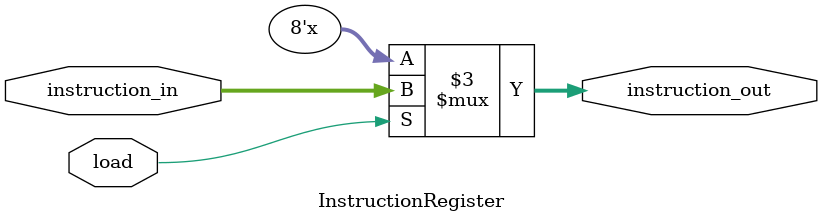
<source format=v>
module InstructionRegister(input [7:0] instruction_in, input load, output reg [7:0] instruction_out);
    always @(*) begin
        if (load)
            instruction_out = instruction_in;
    end
endmodule
</source>
